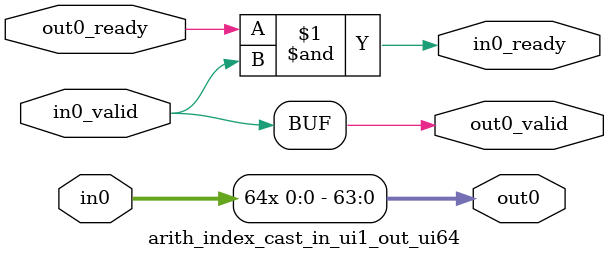
<source format=sv>
module arith_index_cast_in_ui1_out_ui64(
  input         in0,
                in0_valid,
                out0_ready,
  output        in0_ready,
  output [63:0] out0,
  output        out0_valid
);

  assign in0_ready = out0_ready & in0_valid;
  assign out0 = {64{in0}};
  assign out0_valid = in0_valid;
endmodule


</source>
